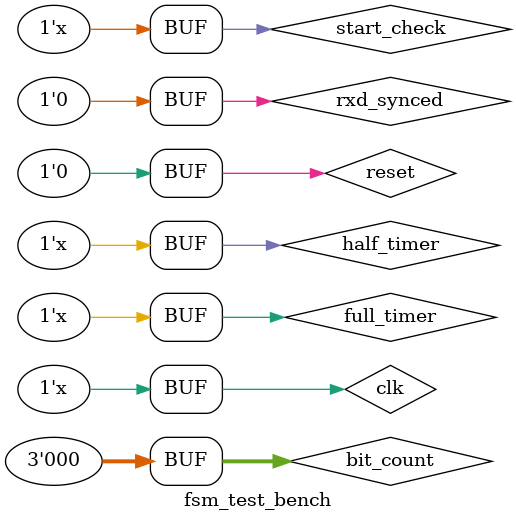
<source format=sv>
`timescale 1ns / 1ps


module fsm_test_bench(

    );
    
    logic clk = 0;
    logic reset = 1;
    logic rxd_synced = 1;
    logic start_check = 0;
    logic full_timer = 0;
    logic half_timer = 0;
    logic [2:0] bit_count;
    logic [3:0] ferr_delay_count;
    
    logic bit_counter_rst, ferr_counter_rst, delay_timer_rst, rdy, store_data, store_bit, clr_ferr, set_ferr, data;
    
    fsm DUV (.clk, .reset, .rxd_synced, .start_check, .full_timer, .half_timer,
        .bit_count,
        .ferr_delay_count,
        .bit_counter_rst, .ferr_counter_rst, .delay_timer_rst, .rdy, .store_data, .store_bit, .clr_ferr, .set_ferr,
        .data
        );
        
    always
    begin
        #5 clk = !clk;
        start_check = !start_check;
        half_timer = !half_timer;
        full_timer = !full_timer;
    end
        
    initial
    begin
        #100;
        reset = 0;
        #50;
        rxd_synced = 0;
        #100;
        bit_count = 0;
        #10;
            
    end
    
endmodule

</source>
